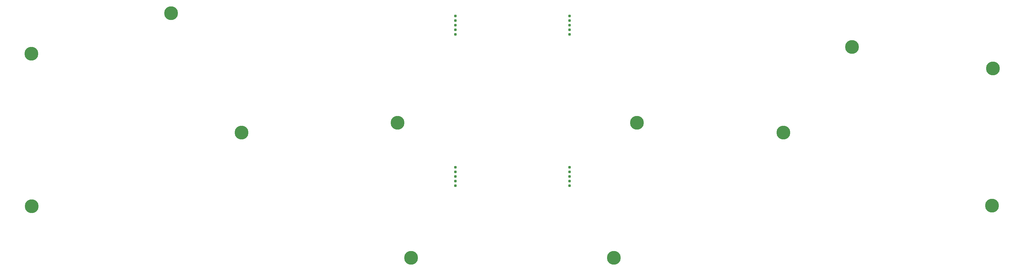
<source format=gbr>
%TF.GenerationSoftware,KiCad,Pcbnew,7.0.2-6a45011f42~172~ubuntu22.04.1*%
%TF.CreationDate,2023-05-03T16:22:18+02:00*%
%TF.ProjectId,bottom,626f7474-6f6d-42e6-9b69-6361645f7063,rev?*%
%TF.SameCoordinates,Original*%
%TF.FileFunction,Soldermask,Bot*%
%TF.FilePolarity,Negative*%
%FSLAX46Y46*%
G04 Gerber Fmt 4.6, Leading zero omitted, Abs format (unit mm)*
G04 Created by KiCad (PCBNEW 7.0.2-6a45011f42~172~ubuntu22.04.1) date 2023-05-03 16:22:18*
%MOMM*%
%LPD*%
G01*
G04 APERTURE LIST*
%ADD10C,3.800000*%
%ADD11C,0.787400*%
G04 APERTURE END LIST*
D10*
%TO.C,H12*%
X277893794Y-115420890D03*
%TD*%
%TO.C,H7*%
X335503870Y-97715258D03*
%TD*%
%TO.C,H2*%
X71004848Y-135700822D03*
%TD*%
D11*
%TO.C,H16*%
X219080847Y-129995826D03*
X219080847Y-128725826D03*
X219080847Y-127455826D03*
X219080847Y-126185826D03*
X219080847Y-124915826D03*
%TD*%
D10*
%TO.C,H8*%
X296808524Y-91762126D03*
%TD*%
%TO.C,H4*%
X237574449Y-112641128D03*
%TD*%
D11*
%TO.C,H14*%
X219054700Y-88320826D03*
X219054700Y-87050826D03*
X219054700Y-85780826D03*
X219054700Y-84510826D03*
X219054700Y-83240826D03*
%TD*%
D10*
%TO.C,H10*%
X175424849Y-149890821D03*
%TD*%
D11*
%TO.C,H13*%
X187634848Y-88310826D03*
X187634848Y-87040826D03*
X187634848Y-85770826D03*
X187634848Y-84500826D03*
X187634848Y-83230826D03*
%TD*%
D10*
%TO.C,H3*%
X231263797Y-149890904D03*
%TD*%
%TO.C,H1*%
X70934851Y-93590824D03*
%TD*%
%TO.C,H11*%
X335259848Y-135555825D03*
%TD*%
%TO.C,H6*%
X128794851Y-115420825D03*
%TD*%
%TO.C,H9*%
X171745565Y-112664684D03*
%TD*%
D11*
%TO.C,H15*%
X187634849Y-130010827D03*
X187634849Y-128740827D03*
X187634849Y-127470827D03*
X187634849Y-126200827D03*
X187634849Y-124930827D03*
%TD*%
D10*
%TO.C,H5*%
X109374848Y-82450824D03*
%TD*%
M02*

</source>
